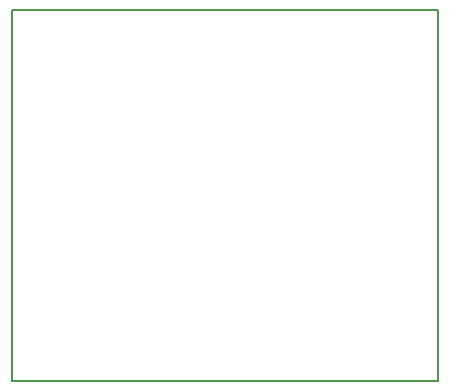
<source format=gm1>
G04 MADE WITH FRITZING*
G04 WWW.FRITZING.ORG*
G04 DOUBLE SIDED*
G04 HOLES PLATED*
G04 CONTOUR ON CENTER OF CONTOUR VECTOR*
%ASAXBY*%
%FSLAX23Y23*%
%MOIN*%
%OFA0B0*%
%SFA1.0B1.0*%
%ADD10R,1.426520X1.245110*%
%ADD11C,0.008000*%
%ADD10C,0.008*%
%LNCONTOUR*%
G90*
G70*
G54D10*
G54D11*
X4Y1241D02*
X1423Y1241D01*
X1423Y4D01*
X4Y4D01*
X4Y1241D01*
D02*
G04 End of contour*
M02*
</source>
